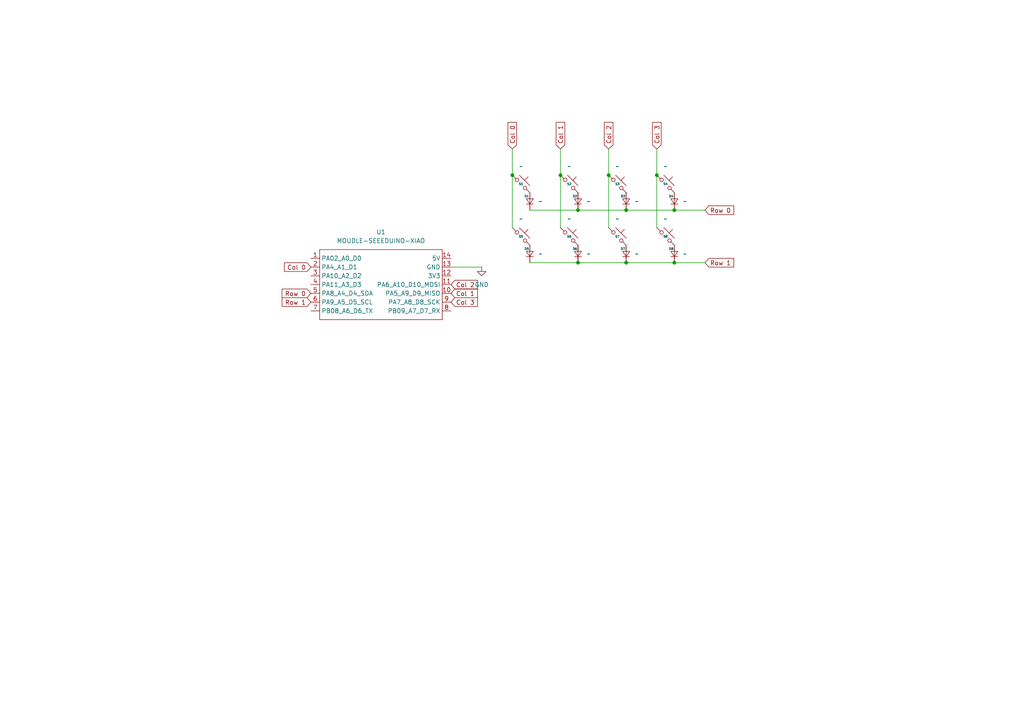
<source format=kicad_sch>
(kicad_sch (version 20250114) (generator "eeschema") (generator_version "9.0")
  (paper "A4")
  (lib_symbols
    (symbol "ScottoKeebs:Placeholder_Diode" (pin_numbers (hide yes)) (pin_names (hide yes))
      (property "Reference" "D" (at -0.15 1.066 0))
      (symbol "Placeholder_Diode_0_1"
        (polyline (pts (xy 0 -0.762) (xy 0 0.762)))
      )
      (symbol "Placeholder_Diode_1_1"
        (polyline (pts (xy 1.016 0.762) (xy 0 -0.762) (xy -1.016 0.762) (xy 1.016 0.762)) (stroke (width 0.1524)))
        (polyline (pts (xy 1.016 -0.762) (xy -1.016 -0.762)) (stroke (width 0.1524)))
        (pin passive line (at 0 2.54 270) (length 1.778) (name "A") (number "2"))
        (pin passive line (at 0 -2.54 90) (length 1.778) (name "K") (number "1"))
      )
    )
    (symbol "ScottoKeebs:Placeholder_Keyswitch" (pin_numbers (hide yes)) (pin_names (offset 1.016) (hide yes))
      (property "Reference" "S" (at 0 0 0))
      (symbol "Placeholder_Keyswitch_0_1"
        (polyline (pts (xy -2.54 2.54) (xy -1.524 1.524) (xy -1.524 1.524)))
        (circle (center -1.1684 1.1684) (radius 0.508))
        (polyline (pts (xy -0.508 2.54) (xy 2.54 -0.508)))
        (polyline (pts (xy 1.016 1.016) (xy 2.032 2.032)))
        (circle (center 1.143 -1.1938) (radius 0.508))
        (polyline (pts (xy 1.524 -1.524) (xy 2.54 -2.54) (xy 2.54 -2.54) (xy 2.54 -2.54)))
        (pin passive line (at -2.54 2.54 0) (length 0) (name "1") (number "1"))
        (pin passive line (at 2.54 -2.54 180) (length 0) (name "2") (number "2"))
      )
    )
    (symbol "XIAO_RP2040:MOUDLE-SEEEDUINO-XIAO"
      (property "Reference" "U" (at -16.51 11.43 0))
      (property "Value" "MOUDLE-SEEEDUINO-XIAO" (at -3.81 -11.43 0))
      (symbol "MOUDLE-SEEEDUINO-XIAO_0_1"
        (rectangle (start -16.51 10.16) (end 19.05 -10.16))
      )
      (symbol "MOUDLE-SEEEDUINO-XIAO_1_1"
        (pin passive line (at -19.05 7.62 0) (length 2.54) (name "PA02_A0_D0") (number "1"))
        (pin passive line (at -19.05 5.08 0) (length 2.54) (name "PA4_A1_D1") (number "2"))
        (pin passive line (at -19.05 2.54 0) (length 2.54) (name "PA10_A2_D2") (number "3"))
        (pin passive line (at -19.05 0 0) (length 2.54) (name "PA11_A3_D3") (number "4"))
        (pin passive line (at -19.05 -2.54 0) (length 2.54) (name "PA8_A4_D4_SDA") (number "5"))
        (pin passive line (at -19.05 -5.08 0) (length 2.54) (name "PA9_A5_D5_SCL") (number "6"))
        (pin passive line (at -19.05 -7.62 0) (length 2.54) (name "PB08_A6_D6_TX") (number "7"))
        (pin passive line (at 21.59 7.62 180) (length 2.54) (name "5V") (number "14"))
        (pin passive line (at 21.59 5.08 180) (length 2.54) (name "GND") (number "13"))
        (pin passive line (at 21.59 2.54 180) (length 2.54) (name "3V3") (number "12"))
        (pin passive line (at 21.59 0 180) (length 2.54) (name "PA6_A10_D10_MOSI") (number "11"))
        (pin passive line (at 21.59 -2.54 180) (length 2.54) (name "PA5_A9_D9_MISO") (number "10"))
        (pin passive line (at 21.59 -5.08 180) (length 2.54) (name "PA7_A8_D8_SCK") (number "9"))
        (pin passive line (at 21.59 -7.62 180) (length 2.54) (name "PB09_A7_D7_RX") (number "8"))
      )
    )
    (symbol "power:GND" (power) (pin_numbers (hide yes)) (pin_names (offset 0) (hide yes))
      (property "Value" "GND" (at 0 -3.81 0))
      (symbol "GND_0_1"
        (polyline (pts (xy 0 0) (xy 0 -1.27) (xy 1.27 -1.27) (xy 0 -2.54) (xy -1.27 -1.27) (xy 0 -1.27)))
      )
      (symbol "GND_1_1"
        (pin power_in line (at 0 0 270) (length 0) (name "~") (number "1"))
      )
    )
  )
  (junction (at 176.53 50.8))
  (junction (at 181.61 60.96))
  (junction (at 167.64 76.2))
  (junction (at 167.64 60.96))
  (junction (at 190.5 50.8))
  (junction (at 195.58 76.2))
  (junction (at 162.56 50.8))
  (junction (at 181.61 76.2))
  (junction (at 195.58 60.96))
  (junction (at 148.59 50.8))
  (wire (pts (xy 162.56 43.18) (xy 162.56 50.8)))
  (wire (pts (xy 181.61 76.2) (xy 195.58 76.2)))
  (wire (pts (xy 148.59 43.18) (xy 148.59 50.8)))
  (wire (pts (xy 190.5 50.8) (xy 190.5 66.04)))
  (wire (pts (xy 130.81 77.47) (xy 139.7 77.47)))
  (wire (pts (xy 153.67 76.2) (xy 167.64 76.2)))
  (wire (pts (xy 167.64 60.96) (xy 181.61 60.96)))
  (wire (pts (xy 181.61 60.96) (xy 195.58 60.96)))
  (wire (pts (xy 190.5 43.18) (xy 190.5 50.8)))
  (wire (pts (xy 162.56 50.8) (xy 162.56 66.04)))
  (wire (pts (xy 176.53 43.18) (xy 176.53 50.8)))
  (wire (pts (xy 195.58 60.96) (xy 204.47 60.96)))
  (wire (pts (xy 167.64 76.2) (xy 181.61 76.2)))
  (wire (pts (xy 176.53 50.8) (xy 176.53 66.04)))
  (wire (pts (xy 195.58 76.2) (xy 204.47 76.2)))
  (wire (pts (xy 148.59 50.8) (xy 148.59 66.04)))
  (wire (pts (xy 153.67 60.96) (xy 167.64 60.96)))
  (global_label "Col 1" (shape input) (at 162.56 43.18 90) (property "Intersheetrefs" "${INTERSHEET_REFS}" (effects (hide yes))))
  (global_label "Col 2" (shape input) (at 130.81 82.55 0) (property "Intersheetrefs" "${INTERSHEET_REFS}" (effects (hide yes))))
  (global_label "Col 2" (shape input) (at 176.53 43.18 90) (property "Intersheetrefs" "${INTERSHEET_REFS}" (effects (hide yes))))
  (global_label "Row 0" (shape input) (at 90.17 85.09 180) (property "Intersheetrefs" "${INTERSHEET_REFS}" (effects (hide yes))))
  (global_label "Col 3" (shape input) (at 190.5 43.18 90) (property "Intersheetrefs" "${INTERSHEET_REFS}" (effects (hide yes))))
  (global_label "Col 0" (shape input) (at 148.59 43.18 90) (property "Intersheetrefs" "${INTERSHEET_REFS}" (effects (hide yes))))
  (global_label "Row 0" (shape input) (at 204.47 60.96 0) (property "Intersheetrefs" "${INTERSHEET_REFS}" (effects (hide yes))))
  (global_label "Col 3" (shape input) (at 130.81 87.63 0) (property "Intersheetrefs" "${INTERSHEET_REFS}" (effects (hide yes))))
  (global_label "Col 0" (shape input) (at 90.17 77.47 180) (property "Intersheetrefs" "${INTERSHEET_REFS}" (effects (hide yes))))
  (global_label "Row 1" (shape input) (at 204.47 76.2 0) (property "Intersheetrefs" "${INTERSHEET_REFS}" (effects (hide yes))))
  (global_label "Col 1" (shape input) (at 130.81 85.09 0) (property "Intersheetrefs" "${INTERSHEET_REFS}" (effects (hide yes))))
  (global_label "Row 1" (shape input) (at 90.17 87.63 180) (property "Intersheetrefs" "${INTERSHEET_REFS}" (effects (hide yes))))
  (symbol (lib_id "ScottoKeebs:Placeholder_Diode") (at 195.58 58.42 0) (unit 1)
    (property "Reference" "D4" (at 195.43 57.354 0) (effects (font (size 0.635 0.635) (thickness 0.127) (bold yes)) (justify right bottom)))
    (property "Value" "~" (at 198.12 58.4199 0) (effects (justify left)))
    (property "Footprint" "ScottoKeebs_Components:Diode_DO-35" (effects (hide yes)))
  )
  (symbol (lib_id "ScottoKeebs:Placeholder_Keyswitch") (at 179.07 53.34 0) (unit 1)
    (property "Reference" "S3" (at 179.07 53.34 0) (effects (font (size 0.635 0.635) (thickness 0.127) (bold yes))))
    (property "Value" "~" (at 179.07 48.26 0))
    (property "Footprint" "Button_Switch_Keyboard:SW_Cherry_MX_1.00u_PCB" (effects (hide yes)))
  )
  (symbol (lib_id "ScottoKeebs:Placeholder_Keyswitch") (at 165.1 68.58 0) (unit 1)
    (property "Reference" "S6" (at 165.1 68.58 0) (effects (font (size 0.635 0.635) (thickness 0.127) (bold yes))))
    (property "Value" "~" (at 165.1 63.5 0))
    (property "Footprint" "Button_Switch_Keyboard:SW_Cherry_MX_1.00u_PCB" (effects (hide yes)))
  )
  (symbol (lib_id "ScottoKeebs:Placeholder_Keyswitch") (at 193.04 68.58 0) (unit 1)
    (property "Reference" "S8" (at 193.04 68.58 0) (effects (font (size 0.635 0.635) (thickness 0.127) (bold yes))))
    (property "Value" "~" (at 193.04 63.5 0))
    (property "Footprint" "Button_Switch_Keyboard:SW_Cherry_MX_1.00u_PCB" (effects (hide yes)))
  )
  (symbol (lib_id "power:GND") (at 139.7 77.47 0) (unit 1)
    (property "Reference" "#PWR01" (effects (hide yes)))
    (property "Value" "GND" (at 139.7 82.55 0))
    (property "Description" "Power symbol creates a global label with name \"GND\" , ground" (effects (hide yes)))
  )
  (symbol (lib_id "ScottoKeebs:Placeholder_Keyswitch") (at 151.13 68.58 0) (unit 1)
    (property "Reference" "S5" (at 151.13 68.58 0) (effects (font (size 0.635 0.635) (thickness 0.127) (bold yes))))
    (property "Value" "~" (at 151.13 63.5 0))
    (property "Footprint" "Button_Switch_Keyboard:SW_Cherry_MX_1.00u_PCB" (effects (hide yes)))
  )
  (symbol (lib_id "ScottoKeebs:Placeholder_Diode") (at 167.64 58.42 0) (unit 1)
    (property "Reference" "D2" (at 167.49 57.354 0) (effects (font (size 0.635 0.635) (thickness 0.127) (bold yes)) (justify right bottom)))
    (property "Value" "~" (at 170.18 58.4199 0) (effects (justify left)))
    (property "Footprint" "ScottoKeebs_Components:Diode_DO-35" (effects (hide yes)))
  )
  (symbol (lib_id "ScottoKeebs:Placeholder_Diode") (at 153.67 73.66 0) (unit 1)
    (property "Reference" "D5" (at 153.52 72.594 0) (effects (font (size 0.635 0.635) (thickness 0.127) (bold yes)) (justify right bottom)))
    (property "Value" "~" (at 156.21 73.6599 0) (effects (justify left)))
    (property "Footprint" "ScottoKeebs_Components:Diode_DO-35" (effects (hide yes)))
  )
  (symbol (lib_id "ScottoKeebs:Placeholder_Diode") (at 153.67 58.42 0) (unit 1)
    (property "Reference" "D1" (at 153.52 57.354 0) (effects (font (size 0.635 0.635) (thickness 0.127) (bold yes)) (justify right bottom)))
    (property "Value" "~" (at 156.21 58.4199 0) (effects (justify left)))
    (property "Footprint" "ScottoKeebs_Components:Diode_DO-35" (effects (hide yes)))
  )
  (symbol (lib_id "ScottoKeebs:Placeholder_Keyswitch") (at 165.1 53.34 0) (unit 1)
    (property "Reference" "S2" (at 165.1 53.34 0) (effects (font (size 0.635 0.635) (thickness 0.127) (bold yes))))
    (property "Value" "~" (at 165.1 48.26 0))
    (property "Footprint" "Button_Switch_Keyboard:SW_Cherry_MX_1.00u_PCB" (effects (hide yes)))
  )
  (symbol (lib_id "ScottoKeebs:Placeholder_Keyswitch") (at 193.04 53.34 0) (unit 1)
    (property "Reference" "S4" (at 193.04 53.34 0) (effects (font (size 0.635 0.635) (thickness 0.127) (bold yes))))
    (property "Value" "~" (at 193.04 48.26 0))
    (property "Footprint" "Button_Switch_Keyboard:SW_Cherry_MX_1.00u_PCB" (effects (hide yes)))
  )
  (symbol (lib_id "XIAO_RP2040:MOUDLE-SEEEDUINO-XIAO") (at 109.22 82.55 0) (unit 1)
    (property "Reference" "U1" (at 110.49 67.31 0))
    (property "Value" "MOUDLE-SEEEDUINO-XIAO" (at 110.49 69.85 0))
    (property "Footprint" "footprints:XIAO-Generic-Hybrid-14P-2.54-21X17.8MM" (effects (hide yes)))
  )
  (symbol (lib_id "ScottoKeebs:Placeholder_Diode") (at 181.61 58.42 0) (unit 1)
    (property "Reference" "D3" (at 181.46 57.354 0) (effects (font (size 0.635 0.635) (thickness 0.127) (bold yes)) (justify right bottom)))
    (property "Value" "~" (at 184.15 58.4199 0) (effects (justify left)))
    (property "Footprint" "ScottoKeebs_Components:Diode_DO-35" (effects (hide yes)))
  )
  (symbol (lib_id "ScottoKeebs:Placeholder_Keyswitch") (at 151.13 53.34 0) (unit 1)
    (property "Reference" "S1" (at 151.13 53.34 0) (effects (font (size 0.635 0.635) (thickness 0.127) (bold yes))))
    (property "Value" "~" (at 151.13 48.26 0))
    (property "Footprint" "Button_Switch_Keyboard:SW_Cherry_MX_1.00u_PCB" (effects (hide yes)))
  )
  (symbol (lib_id "ScottoKeebs:Placeholder_Diode") (at 181.61 73.66 0) (unit 1)
    (property "Reference" "D7" (at 181.46 72.594 0) (effects (font (size 0.635 0.635) (thickness 0.127) (bold yes)) (justify right bottom)))
    (property "Value" "~" (at 184.15 73.6599 0) (effects (justify left)))
    (property "Footprint" "ScottoKeebs_Components:Diode_DO-35" (effects (hide yes)))
  )
  (symbol (lib_id "ScottoKeebs:Placeholder_Diode") (at 167.64 73.66 0) (unit 1)
    (property "Reference" "D6" (at 167.49 72.594 0) (effects (font (size 0.635 0.635) (thickness 0.127) (bold yes)) (justify right bottom)))
    (property "Value" "~" (at 170.18 73.6599 0) (effects (justify left)))
    (property "Footprint" "ScottoKeebs_Components:Diode_DO-35" (effects (hide yes)))
  )
  (symbol (lib_id "ScottoKeebs:Placeholder_Diode") (at 195.58 73.66 0) (unit 1)
    (property "Reference" "D8" (at 195.43 72.594 0) (effects (font (size 0.635 0.635) (thickness 0.127) (bold yes)) (justify right bottom)))
    (property "Value" "~" (at 198.12 73.6599 0) (effects (justify left)))
    (property "Footprint" "ScottoKeebs_Components:Diode_DO-35" (effects (hide yes)))
  )
  (symbol (lib_id "ScottoKeebs:Placeholder_Keyswitch") (at 179.07 68.58 0) (unit 1)
    (property "Reference" "S7" (at 179.07 68.58 0) (effects (font (size 0.635 0.635) (thickness 0.127) (bold yes))))
    (property "Value" "~" (at 179.07 63.5 0))
    (property "Footprint" "Button_Switch_Keyboard:SW_Cherry_MX_1.00u_PCB" (effects (hide yes)))
  )
)
</source>
